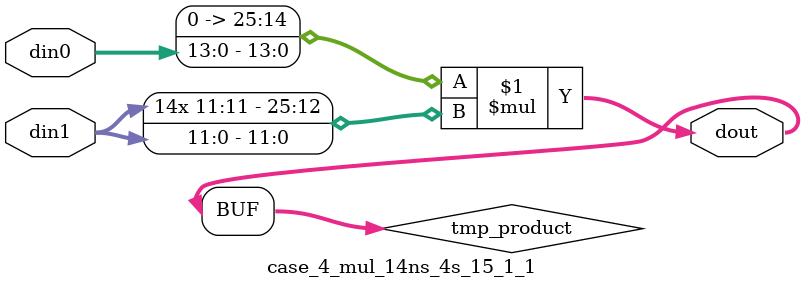
<source format=v>

`timescale 1 ns / 1 ps

 (* use_dsp = "no" *)  module case_4_mul_14ns_4s_15_1_1(din0, din1, dout);
parameter ID = 1;
parameter NUM_STAGE = 0;
parameter din0_WIDTH = 14;
parameter din1_WIDTH = 12;
parameter dout_WIDTH = 26;

input [din0_WIDTH - 1 : 0] din0; 
input [din1_WIDTH - 1 : 0] din1; 
output [dout_WIDTH - 1 : 0] dout;

wire signed [dout_WIDTH - 1 : 0] tmp_product;

























assign tmp_product = $signed({1'b0, din0}) * $signed(din1);










assign dout = tmp_product;





















endmodule

</source>
